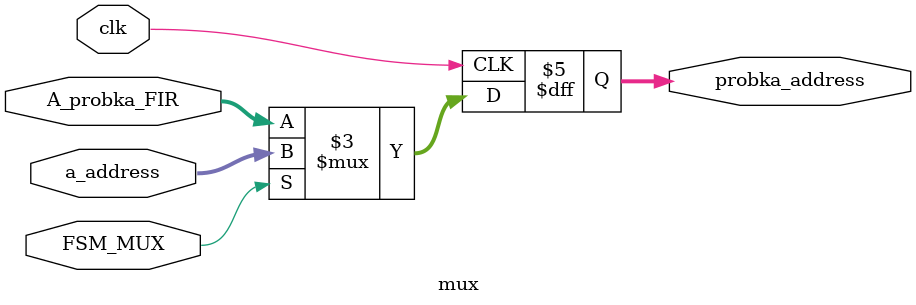
<source format=sv>
module mux#(
    parameter WIDTH = 13,//14
)
(
    input wire clk,
    input wire [WIDTH-1:0] A_probka_FIR,
    input wire [WIDTH-1:0] a_address,
    input wire FSM_MUX,
    output logic [WIDTH-1:0] probka_address
);
 

always_ff @( posedge clk ) begin // jesli bez zegara always_comb 
   if(FSM_MUX) probka_address <= a_address;
   else probka_address <= A_probka_FIR;
end
 

endmodule
</source>
